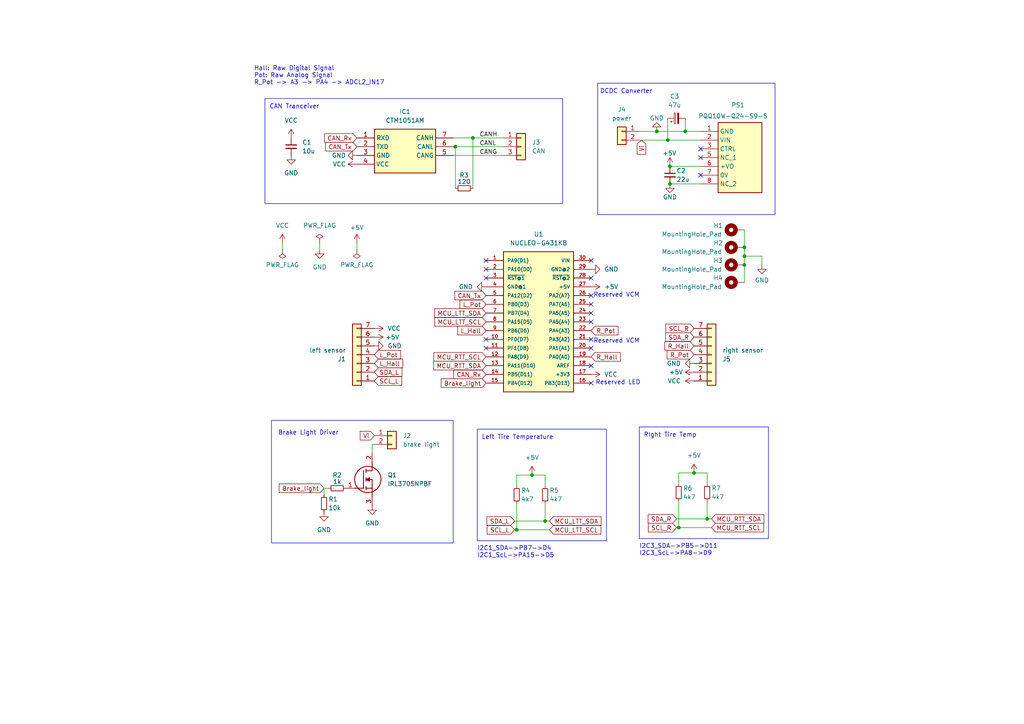
<source format=kicad_sch>
(kicad_sch (version 20230121) (generator eeschema)
  (paper "A4")
  (title_block (title "rearbox nucleo") (date "2023-08-08") (rev "1") (company "NTURacing") (comment 1 "legacy from easyEDA"))
  (lib_symbols
    (symbol "Connector_Generic:Conn_01x02" (pin_names (offset 1.016) hide)
      (property "Reference" "J" (at 0 2.54 0))
      (property "Value" "Conn_01x02" (at 0 -5.08 0))
      (symbol "Conn_01x02_1_1"
        (rectangle (start -1.27 -2.413) (end 0 -2.667) (stroke (width 0.1524)))
        (rectangle (start -1.27 0.127) (end 0 -0.127) (stroke (width 0.1524)))
        (rectangle (start -1.27 1.27) (end 1.27 -3.81) (stroke (width 0.254)) (fill (type background)))
        (pin passive line (at -5.08 0 0) (length 3.81) (name "Pin_1") (number "1"))
        (pin passive line (at -5.08 -2.54 0) (length 3.81) (name "Pin_2") (number "2"))
      )
    )
    (symbol "Connector_Generic:Conn_01x03" (pin_names (offset 1.016) hide)
      (property "Reference" "J" (at 0 5.08 0))
      (property "Value" "Conn_01x03" (at 0 -5.08 0))
      (symbol "Conn_01x03_1_1"
        (rectangle (start -1.27 -2.413) (end 0 -2.667) (stroke (width 0.1524)))
        (rectangle (start -1.27 0.127) (end 0 -0.127) (stroke (width 0.1524)))
        (rectangle (start -1.27 2.667) (end 0 2.413) (stroke (width 0.1524)))
        (rectangle (start -1.27 3.81) (end 1.27 -3.81) (stroke (width 0.254)) (fill (type background)))
        (pin passive line (at -5.08 2.54 0) (length 3.81) (name "Pin_1") (number "1"))
        (pin passive line (at -5.08 0 0) (length 3.81) (name "Pin_2") (number "2"))
        (pin passive line (at -5.08 -2.54 0) (length 3.81) (name "Pin_3") (number "3"))
      )
    )
    (symbol "Connector_Generic:Conn_01x07" (pin_names (offset 1.016) hide)
      (property "Reference" "J" (at 0 10.16 0))
      (property "Value" "Conn_01x07" (at 0 -10.16 0))
      (symbol "Conn_01x07_1_1"
        (rectangle (start -1.27 -7.493) (end 0 -7.747) (stroke (width 0.1524)))
        (rectangle (start -1.27 -4.953) (end 0 -5.207) (stroke (width 0.1524)))
        (rectangle (start -1.27 -2.413) (end 0 -2.667) (stroke (width 0.1524)))
        (rectangle (start -1.27 0.127) (end 0 -0.127) (stroke (width 0.1524)))
        (rectangle (start -1.27 2.667) (end 0 2.413) (stroke (width 0.1524)))
        (rectangle (start -1.27 5.207) (end 0 4.953) (stroke (width 0.1524)))
        (rectangle (start -1.27 7.747) (end 0 7.493) (stroke (width 0.1524)))
        (rectangle (start -1.27 8.89) (end 1.27 -8.89) (stroke (width 0.254)) (fill (type background)))
        (pin passive line (at -5.08 7.62 0) (length 3.81) (name "Pin_1") (number "1"))
        (pin passive line (at -5.08 5.08 0) (length 3.81) (name "Pin_2") (number "2"))
        (pin passive line (at -5.08 2.54 0) (length 3.81) (name "Pin_3") (number "3"))
        (pin passive line (at -5.08 0 0) (length 3.81) (name "Pin_4") (number "4"))
        (pin passive line (at -5.08 -2.54 0) (length 3.81) (name "Pin_5") (number "5"))
        (pin passive line (at -5.08 -5.08 0) (length 3.81) (name "Pin_6") (number "6"))
        (pin passive line (at -5.08 -7.62 0) (length 3.81) (name "Pin_7") (number "7"))
      )
    )
    (symbol "Device:C_Polarized_Small" (pin_numbers hide) (pin_names (offset 0.254) hide)
      (property "Reference" "C" (at 0.254 1.778 0))
      (property "Value" "C_Polarized_Small" (at 0.254 -2.032 0))
      (symbol "C_Polarized_Small_0_1"
        (rectangle (start -1.524 -0.3048) (end 1.524 -0.6858) (fill (type outline)))
        (rectangle (start -1.524 0.6858) (end 1.524 0.3048))
        (polyline (pts (xy -1.27 1.524) (xy -0.762 1.524)))
        (polyline (pts (xy -1.016 1.27) (xy -1.016 1.778)))
      )
      (symbol "C_Polarized_Small_1_1"
        (pin passive line (at 0 2.54 270) (length 1.8542) (name "~") (number "1"))
        (pin passive line (at 0 -2.54 90) (length 1.8542) (name "~") (number "2"))
      )
    )
    (symbol "Device:C_Small" (pin_numbers hide) (pin_names (offset 0.254) hide)
      (property "Reference" "C" (at 0.254 1.778 0))
      (property "Value" "C_Small" (at 0.254 -2.032 0))
      (symbol "C_Small_0_1"
        (polyline (pts (xy -1.524 -0.508) (xy 1.524 -0.508)) (stroke (width 0.3302)))
        (polyline (pts (xy -1.524 0.508) (xy 1.524 0.508)) (stroke (width 0.3048)))
      )
      (symbol "C_Small_1_1"
        (pin passive line (at 0 2.54 270) (length 2.032) (name "~") (number "1"))
        (pin passive line (at 0 -2.54 90) (length 2.032) (name "~") (number "2"))
      )
    )
    (symbol "Device:R_Small" (pin_numbers hide) (pin_names (offset 0.254) hide)
      (property "Reference" "R" (at 0.762 0.508 0))
      (property "Value" "R_Small" (at 0.762 -1.016 0))
      (symbol "R_Small_0_1"
        (rectangle (start -0.762 1.778) (end 0.762 -1.778) (stroke (width 0.2032)))
      )
      (symbol "R_Small_1_1"
        (pin passive line (at 0 2.54 270) (length 0.762) (name "~") (number "1"))
        (pin passive line (at 0 -2.54 90) (length 0.762) (name "~") (number "2"))
      )
    )
    (symbol "Mechanical:MountingHole_Pad" (pin_numbers hide) (pin_names (offset 1.016) hide)
      (property "Reference" "H" (at 0 6.35 0))
      (property "Value" "MountingHole_Pad" (at 0 4.445 0))
      (symbol "MountingHole_Pad_0_1"
        (circle (center 0 1.27) (radius 1.27) (stroke (width 1.27)))
      )
      (symbol "MountingHole_Pad_1_1"
        (pin input line (at 0 -2.54 90) (length 2.54) (name "1") (number "1"))
      )
    )
    (symbol "SamacSys_Parts:CTM1051AM"
      (property "Reference" "IC" (at 24.13 7.62 0))
      (property "Value" "CTM1051AM" (at 24.13 5.08 0))
      (symbol "CTM1051AM_1_1"
        (rectangle (start 5.08 2.54) (end 22.86 -10.16) (stroke (width 0.254)) (fill (type background)))
        (pin passive line (at 0 0 0) (length 5.08) (name "RXD") (number "1"))
        (pin passive line (at 0 -2.54 0) (length 5.08) (name "TXD") (number "2"))
        (pin passive line (at 0 -5.08 0) (length 5.08) (name "GND") (number "3"))
        (pin passive line (at 0 -7.62 0) (length 5.08) (name "VCC") (number "4"))
        (pin passive line (at 27.94 -5.08 180) (length 5.08) (name "CANG") (number "5"))
        (pin passive line (at 27.94 -2.54 180) (length 5.08) (name "CANL") (number "6"))
        (pin passive line (at 27.94 0 180) (length 5.08) (name "CANH") (number "7"))
      )
    )
    (symbol "SamacSys_Parts:IRL3705NPBF" (pin_names hide)
      (property "Reference" "Q" (at 11.43 3.81 0))
      (property "Value" "IRL3705NPBF" (at 11.43 1.27 0))
      (symbol "IRL3705NPBF_1_1"
        (polyline (pts (xy 2.54 0) (xy 5.08 0)) (stroke (width 0.254)))
        (polyline (pts (xy 5.08 5.08) (xy 5.08 0)) (stroke (width 0.254)))
        (polyline (pts (xy 5.842 -0.508) (xy 5.842 0.508)) (stroke (width 0.254)))
        (polyline (pts (xy 5.842 0) (xy 7.62 0)) (stroke (width 0.254)))
        (polyline (pts (xy 5.842 2.032) (xy 5.842 3.048)) (stroke (width 0.254)))
        (polyline (pts (xy 5.842 5.588) (xy 5.842 4.572)) (stroke (width 0.254)))
        (polyline (pts (xy 7.62 2.54) (xy 5.842 2.54)) (stroke (width 0.254)))
        (polyline (pts (xy 7.62 2.54) (xy 7.62 -2.54)) (stroke (width 0.254)))
        (polyline (pts (xy 7.62 5.08) (xy 5.842 5.08)) (stroke (width 0.254)))
        (polyline (pts (xy 7.62 5.08) (xy 7.62 7.62)) (stroke (width 0.254)))
        (polyline (pts (xy 5.842 2.54) (xy 6.858 3.048) (xy 6.858 2.032) (xy 5.842 2.54)) (stroke (width 0.254)) (fill (type outline)))
        (circle (center 6.35 2.54) (radius 3.81) (stroke (width 0.254)))
        (pin passive line (at 0 0 0) (length 2.54) (name "G") (number "1"))
        (pin passive line (at 7.62 10.16 270) (length 2.54) (name "D") (number "2"))
        (pin passive line (at 7.62 -5.08 90) (length 2.54) (name "S") (number "3"))
      )
    )
    (symbol "SamacSys_Parts:PQQ10W-Q24-S9-S"
      (property "Reference" "PS" (at 19.05 7.62 0))
      (property "Value" "PQQ10W-Q24-S9-S" (at 19.05 5.08 0))
      (symbol "PQQ10W-Q24-S9-S_1_1"
        (rectangle (start 5.08 2.54) (end 17.78 -17.78) (stroke (width 0.254)) (fill (type background)))
        (pin passive line (at 0 0 0) (length 5.08) (name "GND") (number "1"))
        (pin passive line (at 0 -2.54 0) (length 5.08) (name "VIN") (number "2"))
        (pin passive line (at 0 -5.08 0) (length 5.08) (name "CTRL") (number "3"))
        (pin passive line (at 0 -7.62 0) (length 5.08) (name "NC_1") (number "5"))
        (pin passive line (at 0 -10.16 0) (length 5.08) (name "+VO") (number "6"))
        (pin passive line (at 0 -12.7 0) (length 5.08) (name "0V") (number "7"))
        (pin passive line (at 0 -15.24 0) (length 5.08) (name "NC_2") (number "8"))
      )
    )
    (symbol "nturt_kicad_lib:NUCLEO-G431KB" (pin_names (offset 1.016))
      (property "Reference" "U" (at -10.16 21.59 0))
      (property "Value" "NUCLEO-G431KB" (at -2.54 21.59 0))
      (symbol "NUCLEO-G431KB_0_0"
        (rectangle (start -10.16 20.32) (end 10.16 -20.32) (stroke (width 0.254)) (fill (type background)))
        (pin bidirectional line (at -15.24 17.78 0) (length 5.08) (name "PA9(D1)") (number "1"))
        (pin bidirectional line (at -15.24 -5.08 0) (length 5.08) (name "PF0(D7)") (number "10"))
        (pin bidirectional line (at -15.24 -7.62 0) (length 5.08) (name "PF1(D8)") (number "11"))
        (pin bidirectional line (at -15.24 -10.16 0) (length 5.08) (name "PA8(D9)") (number "12"))
        (pin bidirectional line (at -15.24 -12.7 0) (length 5.08) (name "PA11(D10)") (number "13"))
        (pin bidirectional line (at -15.24 -15.24 0) (length 5.08) (name "PB5(D11)") (number "14"))
        (pin bidirectional line (at -15.24 -17.78 0) (length 5.08) (name "PB4(D12)") (number "15"))
        (pin bidirectional line (at 15.24 -17.78 180) (length 5.08) (name "PB3(D13)") (number "16"))
        (pin passive line (at 15.24 -15.24 180) (length 5.08) (name "+3V3") (number "17"))
        (pin passive line (at 15.24 -12.7 180) (length 5.08) (name "AREF") (number "18"))
        (pin bidirectional line (at 15.24 -10.16 180) (length 5.08) (name "PA0(A0)") (number "19"))
        (pin bidirectional line (at -15.24 15.24 0) (length 5.08) (name "PA10(D0)") (number "2"))
        (pin bidirectional line (at 15.24 -7.62 180) (length 5.08) (name "PA1(A1)") (number "20"))
        (pin bidirectional line (at 15.24 -5.08 180) (length 5.08) (name "PA3(A2)") (number "21"))
        (pin bidirectional line (at 15.24 -2.54 180) (length 5.08) (name "PA4(A3)") (number "22"))
        (pin bidirectional line (at 15.24 0 180) (length 5.08) (name "PA5(A4)") (number "23"))
        (pin bidirectional line (at 15.24 2.54 180) (length 5.08) (name "PA6(A5)") (number "24"))
        (pin bidirectional line (at 15.24 5.08 180) (length 5.08) (name "PA7(A6)") (number "25"))
        (pin bidirectional line (at 15.24 7.62 180) (length 5.08) (name "PA2(A7)") (number "26"))
        (pin passive line (at 15.24 10.16 180) (length 5.08) (name "+5V") (number "27"))
        (pin bidirectional line (at 15.24 12.7 180) (length 5.08) (name "~{RST@2}") (number "28"))
        (pin passive line (at 15.24 15.24 180) (length 5.08) (name "GND@2") (number "29"))
        (pin bidirectional line (at -15.24 12.7 0) (length 5.08) (name "~{RST@1}") (number "3"))
        (pin passive line (at 15.24 17.78 180) (length 5.08) (name "VIN") (number "30"))
        (pin passive line (at -15.24 10.16 0) (length 5.08) (name "GND@1") (number "4"))
        (pin bidirectional line (at -15.24 7.62 0) (length 5.08) (name "PA12(D2)") (number "5"))
        (pin bidirectional line (at -15.24 5.08 0) (length 5.08) (name "PB0(D3)") (number "6"))
        (pin bidirectional line (at -15.24 2.54 0) (length 5.08) (name "PB7(D4)") (number "7"))
        (pin bidirectional line (at -15.24 0 0) (length 5.08) (name "PA15(D5)") (number "8"))
        (pin bidirectional line (at -15.24 -2.54 0) (length 5.08) (name "PB6(D6)") (number "9"))
      )
    )
    (symbol "power:+5V" (power) (pin_names (offset 0))
      (property "Value" "+5V" (at 0 3.556 0))
      (symbol "+5V_0_1"
        (polyline (pts (xy -0.762 1.27) (xy 0 2.54)))
        (polyline (pts (xy 0 0) (xy 0 2.54)))
        (polyline (pts (xy 0 2.54) (xy 0.762 1.27)))
      )
      (symbol "+5V_1_1"
        (pin power_in line (at 0 0 90) (length 0) hide (name "+5V") (number "1"))
      )
    )
    (symbol "power:GND" (power) (pin_names (offset 0))
      (property "Value" "GND" (at 0 -3.81 0))
      (symbol "GND_0_1"
        (polyline (pts (xy 0 0) (xy 0 -1.27) (xy 1.27 -1.27) (xy 0 -2.54) (xy -1.27 -1.27) (xy 0 -1.27)))
      )
      (symbol "GND_1_1"
        (pin power_in line (at 0 0 270) (length 0) hide (name "GND") (number "1"))
      )
    )
    (symbol "power:PWR_FLAG" (power) (pin_numbers hide) (pin_names (offset 0) hide)
      (property "Value" "PWR_FLAG" (at 0 3.81 0))
      (symbol "PWR_FLAG_0_0"
        (pin power_out line (at 0 0 90) (length 0) (name "pwr") (number "1"))
      )
      (symbol "PWR_FLAG_0_1"
        (polyline (pts (xy 0 0) (xy 0 1.27) (xy -1.016 1.905) (xy 0 2.54) (xy 1.016 1.905) (xy 0 1.27)))
      )
    )
    (symbol "power:VCC" (power) (pin_names (offset 0))
      (property "Value" "VCC" (at 0 3.81 0))
      (symbol "VCC_0_1"
        (polyline (pts (xy -0.762 1.27) (xy 0 2.54)))
        (polyline (pts (xy 0 0) (xy 0 2.54)))
        (polyline (pts (xy 0 2.54) (xy 0.762 1.27)))
      )
      (symbol "VCC_1_1"
        (pin power_in line (at 0 0 90) (length 0) hide (name "VCC") (number "1"))
      )
    )
  )
  (junction (at 215.9 76.835))
  (junction (at 194.31 53.34))
  (junction (at 201.295 137.16))
  (junction (at 149.86 153.67))
  (junction (at 132.08 42.545))
  (junction (at 215.9 74.295))
  (junction (at 205.105 150.495))
  (junction (at 158.115 151.13))
  (junction (at 190.5 38.1))
  (junction (at 193.675 40.64))
  (junction (at 137.16 40.005))
  (junction (at 196.85 153.035))
  (junction (at 215.9 71.755))
  (junction (at 154.305 137.795))
  (junction (at 194.31 48.26))
  (junction (at 198.755 38.1))
  (no_connect (at 203.2 50.8))
  (no_connect (at 140.97 100.965))
  (no_connect (at 140.97 78.105))
  (no_connect (at 203.2 45.72))
  (no_connect (at 140.97 80.645))
  (no_connect (at 171.45 90.805))
  (no_connect (at 140.97 98.425))
  (no_connect (at 171.45 85.725))
  (no_connect (at 171.45 88.265))
  (no_connect (at 140.97 75.565))
  (no_connect (at 171.45 75.565))
  (no_connect (at 171.45 111.125))
  (no_connect (at 203.2 43.18))
  (no_connect (at 171.45 98.425))
  (no_connect (at 171.45 93.345))
  (no_connect (at 171.45 80.645))
  (no_connect (at 171.45 106.045))
  (no_connect (at 171.45 100.965))
  (wire (pts (xy 220.98 74.295) (xy 220.98 76.835)))
  (wire (pts (xy 196.215 153.035) (xy 196.85 153.035)))
  (wire (pts (xy 196.85 145.415) (xy 196.85 153.035)))
  (wire (pts (xy 107.95 128.905) (xy 107.95 131.445)))
  (wire (pts (xy 149.86 153.67) (xy 159.385 153.67)))
  (wire (pts (xy 215.9 76.835) (xy 215.9 81.915)))
  (wire (pts (xy 149.86 137.795) (xy 154.305 137.795)))
  (wire (pts (xy 205.105 150.495) (xy 206.375 150.495)))
  (wire (pts (xy 132.08 42.545) (xy 132.08 54.61)))
  (wire (pts (xy 149.225 153.67) (xy 149.86 153.67)))
  (wire (pts (xy 93.98 141.605) (xy 95.25 141.605)))
  (wire (pts (xy 215.9 74.295) (xy 220.98 74.295)))
  (wire (pts (xy 131.445 40.005) (xy 137.16 40.005)))
  (wire (pts (xy 108.585 128.905) (xy 107.95 128.905)))
  (wire (pts (xy 198.755 38.1) (xy 203.2 38.1)))
  (wire (pts (xy 149.86 146.05) (xy 149.86 153.67)))
  (wire (pts (xy 149.225 151.13) (xy 158.115 151.13)))
  (wire (pts (xy 158.115 140.97) (xy 158.115 137.795)))
  (wire (pts (xy 198.755 34.29) (xy 198.755 38.1)))
  (wire (pts (xy 185.42 38.1) (xy 190.5 38.1)))
  (wire (pts (xy 205.105 140.335) (xy 205.105 137.16)))
  (wire (pts (xy 194.31 53.34) (xy 203.2 53.34)))
  (wire (pts (xy 132.08 42.545) (xy 146.05 42.545)))
  (wire (pts (xy 196.85 153.035) (xy 206.375 153.035)))
  (wire (pts (xy 193.675 40.64) (xy 203.2 40.64)))
  (wire (pts (xy 137.16 54.61) (xy 137.16 40.005)))
  (wire (pts (xy 132.08 42.545) (xy 131.445 42.545)))
  (wire (pts (xy 81.915 70.485) (xy 81.915 72.39)))
  (wire (pts (xy 137.16 40.005) (xy 146.05 40.005)))
  (wire (pts (xy 196.215 150.495) (xy 205.105 150.495)))
  (wire (pts (xy 92.71 70.485) (xy 92.71 72.39)))
  (wire (pts (xy 196.85 137.16) (xy 201.295 137.16)))
  (wire (pts (xy 190.5 38.1) (xy 198.755 38.1)))
  (wire (pts (xy 93.98 143.51) (xy 93.98 141.605)))
  (wire (pts (xy 149.86 140.97) (xy 149.86 137.795)))
  (wire (pts (xy 103.505 70.485) (xy 103.505 72.39)))
  (wire (pts (xy 215.9 74.295) (xy 215.9 76.835)))
  (wire (pts (xy 158.115 146.05) (xy 158.115 151.13)))
  (wire (pts (xy 131.445 45.085) (xy 146.05 45.085)))
  (wire (pts (xy 196.85 140.335) (xy 196.85 137.16)))
  (wire (pts (xy 194.31 48.26) (xy 203.2 48.26)))
  (wire (pts (xy 205.105 145.415) (xy 205.105 150.495)))
  (wire (pts (xy 193.675 34.29) (xy 193.675 40.64)))
  (wire (pts (xy 201.295 137.16) (xy 205.105 137.16)))
  (wire (pts (xy 215.9 66.675) (xy 215.9 71.755)))
  (wire (pts (xy 158.115 151.13) (xy 159.385 151.13)))
  (wire (pts (xy 154.305 137.795) (xy 158.115 137.795)))
  (wire (pts (xy 215.9 71.755) (xy 215.9 74.295)))
  (wire (pts (xy 185.42 40.64) (xy 193.675 40.64)))
  (rectangle (start 78.74 121.92) (end 131.445 157.48))
  (rectangle (start 185.42 123.825) (end 222.885 156.21))
  (rectangle (start 173.355 24.13) (end 224.79 62.23))
  (rectangle (start 138.43 124.46) (end 175.895 156.845))
  (rectangle (start 76.835 28.575) (end 163.195 59.055))
  (text "RIght Tire Temp" (at 186.69 127 0) (effects (font (size 1.27 1.27)) (justify left bottom)))
  (text "Brake Light Driver\n" (at 80.645 126.365 0) (effects (font (size 1.27 1.27)) (justify left bottom)))
  (text "I2C3_SDA->PB5->D11\nI2C3_ScL->PA8->D9\n" (at 185.42 161.29 0) (effects (font (size 1.27 1.27)) (justify left bottom)))
  (text "Reserved VCM" (at 172.085 86.36 0) (effects (font (size 1.27 1.27)) (justify left bottom)))
  (text "Reserved VCM" (at 172.085 99.695 0) (effects (font (size 1.27 1.27)) (justify left bottom)))
  (text "Reserved LED\n" (at 172.72 111.76 0) (effects (font (size 1.27 1.27)) (justify left bottom)))
  (text "Left Tire Temperature" (at 139.7 127.635 0) (effects (font (size 1.27 1.27)) (justify left bottom)))
  (text "I2C1_SDA->PB7->D4\nI2C1_ScL->PA15->D5" (at 138.43 161.925 0) (effects (font (size 1.27 1.27)) (justify left bottom)))
  (text "CAN Tranceiver" (at 78.105 31.75 0) (effects (font (size 1.27 1.27)) (justify left bottom)))
  (text "Hall: Raw Digital Signal\nPot: Raw Analog Signal\nR_Pot -> A3 -> PA4 -> ADCL2_IN17" (at 73.66 24.765 0) (effects (font (size 1.27 1.27)) (justify left bottom)))
  (text "DCDC Converter" (at 173.99 27.305 0) (effects (font (size 1.27 1.27)) (justify left bottom)))
  (label "CANL" (at 139.065 42.545 0))
  (label "CANG" (at 139.065 45.085 0))
  (label "CANH" (at 139.065 40.005 0))
  (global_label "MCU_LTT_SCL" (shape input) (at 159.385 153.67 0) (property "Intersheetrefs" "${INTERSHEET_REFS}" (effects hide)))
  (global_label "MCU_LTT_SCL" (shape input) (at 140.97 93.345 180) (property "Intersheetrefs" "${INTERSHEET_REFS}" (effects hide)))
  (global_label "SDA_L" (shape input) (at 149.225 151.13 180) (property "Intersheetrefs" "${INTERSHEET_REFS}" (effects hide)))
  (global_label "MCU_RTT_SCL" (shape input) (at 206.375 153.035 0) (property "Intersheetrefs" "${INTERSHEET_REFS}" (effects hide)))
  (global_label "SCL_L" (shape input) (at 108.585 110.49 0) (property "Intersheetrefs" "${INTERSHEET_REFS}" (effects hide)))
  (global_label "SDA_R" (shape input) (at 201.295 97.79 180) (property "Intersheetrefs" "${INTERSHEET_REFS}" (effects hide)))
  (global_label "L_Pot" (shape input) (at 108.585 102.87 0) (property "Intersheetrefs" "${INTERSHEET_REFS}" (effects hide)))
  (global_label "SCL_R" (shape input) (at 201.295 95.25 180) (property "Intersheetrefs" "${INTERSHEET_REFS}" (effects hide)))
  (global_label "L_Hall" (shape input) (at 108.585 105.41 0) (property "Intersheetrefs" "${INTERSHEET_REFS}" (effects hide)))
  (global_label "MCU_RTT_SDA" (shape input) (at 140.97 106.045 180) (property "Intersheetrefs" "${INTERSHEET_REFS}" (effects hide)))
  (global_label "Vi" (shape input) (at 186.055 40.64 270) (property "Intersheetrefs" "${INTERSHEET_REFS}" (effects hide)))
  (global_label "MCU_LTT_SDA" (shape input) (at 140.97 90.805 180) (property "Intersheetrefs" "${INTERSHEET_REFS}" (effects hide)))
  (global_label "CAN_Rx" (shape input) (at 140.97 108.585 180) (property "Intersheetrefs" "${INTERSHEET_REFS}" (effects hide)))
  (global_label "R_Hall" (shape input) (at 171.45 103.505 0) (property "Intersheetrefs" "${INTERSHEET_REFS}" (effects hide)))
  (global_label "Vi" (shape input) (at 108.585 126.365 180) (property "Intersheetrefs" "${INTERSHEET_REFS}" (effects hide)))
  (global_label "CAN_Tx" (shape input) (at 103.505 42.545 180) (property "Intersheetrefs" "${INTERSHEET_REFS}" (effects hide)))
  (global_label "L_Pot" (shape input) (at 140.97 88.265 180) (property "Intersheetrefs" "${INTERSHEET_REFS}" (effects hide)))
  (global_label "MCU_RTT_SCL" (shape input) (at 140.97 103.505 180) (property "Intersheetrefs" "${INTERSHEET_REFS}" (effects hide)))
  (global_label "R_Pot" (shape input) (at 201.295 102.87 180) (property "Intersheetrefs" "${INTERSHEET_REFS}" (effects hide)))
  (global_label "CAN_Rx" (shape input) (at 103.505 40.005 180) (property "Intersheetrefs" "${INTERSHEET_REFS}" (effects hide)))
  (global_label "R_Pot" (shape input) (at 171.45 95.885 0) (property "Intersheetrefs" "${INTERSHEET_REFS}" (effects hide)))
  (global_label "MCU_RTT_SDA" (shape input) (at 206.375 150.495 0) (property "Intersheetrefs" "${INTERSHEET_REFS}" (effects hide)))
  (global_label "CAN_Tx" (shape input) (at 140.97 85.725 180) (property "Intersheetrefs" "${INTERSHEET_REFS}" (effects hide)))
  (global_label "SDA_L" (shape input) (at 108.585 107.95 0) (property "Intersheetrefs" "${INTERSHEET_REFS}" (effects hide)))
  (global_label "MCU_LTT_SDA" (shape input) (at 159.385 151.13 0) (property "Intersheetrefs" "${INTERSHEET_REFS}" (effects hide)))
  (global_label "Brake_light" (shape input) (at 93.98 141.605 180) (property "Intersheetrefs" "${INTERSHEET_REFS}" (effects hide)))
  (global_label "Brake_light" (shape input) (at 140.97 111.125 180) (property "Intersheetrefs" "${INTERSHEET_REFS}" (effects hide)))
  (global_label "SDA_R" (shape input) (at 196.215 150.495 180) (property "Intersheetrefs" "${INTERSHEET_REFS}" (effects hide)))
  (global_label "R_Hall" (shape input) (at 201.295 100.33 180) (property "Intersheetrefs" "${INTERSHEET_REFS}" (effects hide)))
  (global_label "L_Hall" (shape input) (at 140.97 95.885 180) (property "Intersheetrefs" "${INTERSHEET_REFS}" (effects hide)))
  (global_label "SCL_R" (shape input) (at 196.215 153.035 180) (property "Intersheetrefs" "${INTERSHEET_REFS}" (effects hide)))
  (global_label "SCL_L" (shape input) (at 149.225 153.67 180) (property "Intersheetrefs" "${INTERSHEET_REFS}" (effects hide)))
  (symbol (lib_id "Device:C_Small") (at 194.31 50.8 0) (unit 1)
    (property "Reference" "C2" (at 196.215 49.53 0) (effects (justify left)))
    (property "Value" "22u" (at 196.215 52.07 0) (effects (justify left)))
    (property "Footprint" "Capacitor_THT:CP_Radial_D6.3mm_P2.50mm" (effects hide))
  )
  (symbol (lib_id "Device:R_Small") (at 158.115 143.51 0) (unit 1)
    (property "Reference" "R5" (at 159.385 142.24 0) (effects (justify left)))
    (property "Value" "4k7" (at 159.385 144.78 0) (effects (justify left)))
    (property "Footprint" "Resistor_SMD:R_0603_1608Metric_Pad0.98x0.95mm_HandSolder" (effects hide))
  )
  (symbol (lib_id "SamacSys_Parts:IRL3705NPBF") (at 100.33 141.605 0) (unit 1)
    (property "Reference" "Q1" (at 112.395 137.795 0) (effects (justify left)))
    (property "Value" "IRL3705NPBF" (at 112.395 140.335 0) (effects (justify left)))
    (property "Footprint" "SamacSys_Parts:TO254P469X1042X1930-3P" (effects hide))
    (property "Datasheet" "https://www.infineon.com/dgdl/irl3705n.pdf?fileId=5546d462533600a40153565f29f42532" (effects hide))
    (property "Height" "4.69" (effects hide))
    (property "Manufacturer_Name" "Infineon" (effects hide))
    (property "Manufacturer_Part_Number" "IRL3705NPBF" (effects hide))
    (property "Mouser Part Number" "942-IRL3705NPBF" (effects hide))
    (property "Mouser Price/Stock" "https://www.mouser.co.uk/ProductDetail/Infineon-Technologies/IRL3705NPBF?qs=9%252BKlkBgLFf3RbtP30EBJKw%3D%3D" (effects hide))
    (property "Arrow Part Number" "IRL3705NPBF" (effects hide))
    (property "Arrow Price/Stock" "https://www.arrow.com/en/products/irl3705npbf/infineon-technologies-ag?region=europe" (effects hide))
  )
  (symbol (lib_id "SamacSys_Parts:CTM1051AM") (at 103.505 40.005 0) (unit 1)
    (property "Reference" "IC1" (at 117.475 32.385 0))
    (property "Value" "CTM1051AM" (at 117.475 34.925 0))
    (property "Footprint" "SamacSys_Parts:CTM1051AM" (effects hide))
    (property "Datasheet" "https://datasheet.lcsc.com/lcsc/1809010910_ZLG-Zhiyuan-Elec-CTM1051M_C91259.pdf" (effects hide))
    (property "Height" "8.1" (effects hide))
    (property "Manufacturer_Name" "Guangzhou ZHIYUAN Electronics CO., LTD" (effects hide))
    (property "Manufacturer_Part_Number" "CTM1051AM" (effects hide))
  )
  (symbol (lib_id "power:+5V") (at 108.585 97.79 270) (unit 1)
    (property "Reference" "#PWR07" (effects hide))
    (property "Value" "+5V" (at 111.76 97.79 90) (effects (justify left)))
  )
  (symbol (lib_id "power:+5V") (at 171.45 83.185 270) (unit 1)
    (property "Reference" "#PWR013" (effects hide))
    (property "Value" "+5V" (at 175.26 83.185 90) (effects (justify left)))
  )
  (symbol (lib_id "Mechanical:MountingHole_Pad") (at 213.36 81.915 90) (unit 1)
    (property "Reference" "H4" (at 208.28 80.645 90))
    (property "Value" "MountingHole_Pad" (at 200.66 83.185 90))
    (property "Footprint" "MountingHole:MountingHole_2.2mm_M2_DIN965_Pad_TopBottom" (effects hide))
  )
  (symbol (lib_id "power:VCC") (at 84.455 40.005 0) (unit 1)
    (property "Reference" "#PWR01" (effects hide))
    (property "Value" "VCC" (at 84.455 34.925 0))
  )
  (symbol (lib_id "Mechanical:MountingHole_Pad") (at 213.36 66.675 90) (unit 1)
    (property "Reference" "H1" (at 208.28 65.405 90))
    (property "Value" "MountingHole_Pad" (at 200.66 67.945 90))
    (property "Footprint" "MountingHole:MountingHole_2.2mm_M2_DIN965_Pad_TopBottom" (effects hide))
  )
  (symbol (lib_id "Device:R_Small") (at 93.98 146.05 0) (unit 1)
    (property "Reference" "R1" (at 95.25 144.78 0) (effects (justify left)))
    (property "Value" "10k" (at 95.25 147.32 0) (effects (justify left)))
    (property "Footprint" "Resistor_SMD:R_0603_1608Metric_Pad0.98x0.95mm_HandSolder" (effects hide))
  )
  (symbol (lib_id "Device:R_Small") (at 149.86 143.51 0) (unit 1)
    (property "Reference" "R4" (at 151.13 142.24 0) (effects (justify left)))
    (property "Value" "4k7" (at 151.13 144.78 0) (effects (justify left)))
    (property "Footprint" "Resistor_SMD:R_0603_1608Metric_Pad0.98x0.95mm_HandSolder" (effects hide))
  )
  (symbol (lib_id "Connector_Generic:Conn_01x02") (at 113.665 126.365 0) (unit 1)
    (property "Reference" "J2" (at 116.84 126.365 0) (effects (justify left)))
    (property "Value" "brake light" (at 116.84 128.905 0) (effects (justify left)))
    (property "Footprint" "Connector_JST:JST_XH_B2B-XH-A_1x02_P2.50mm_Vertical" (effects hide))
  )
  (symbol (lib_id "power:GND") (at 201.295 105.41 270) (unit 1)
    (property "Reference" "#PWR018" (effects hide))
    (property "Value" "GND" (at 197.485 105.41 90) (effects (justify right)))
  )
  (symbol (lib_id "power:VCC") (at 171.45 108.585 270) (unit 1)
    (property "Reference" "#PWR014" (effects hide))
    (property "Value" "VCC" (at 175.26 108.585 90) (effects (justify left)))
  )
  (symbol (lib_id "power:VCC") (at 201.295 110.49 90) (unit 1)
    (property "Reference" "#PWR020" (effects hide))
    (property "Value" "VCC" (at 197.485 110.49 90) (effects (justify left)))
  )
  (symbol (lib_id "Device:R_Small") (at 134.62 54.61 90) (unit 1)
    (property "Reference" "R3" (at 134.62 50.8 90))
    (property "Value" "120" (at 134.62 52.705 90))
    (property "Footprint" "Resistor_SMD:R_1206_3216Metric_Pad1.30x1.75mm_HandSolder" (effects hide))
  )
  (symbol (lib_id "power:GND") (at 220.98 76.835 0) (unit 1)
    (property "Reference" "#PWR025" (effects hide))
    (property "Value" "GND" (at 220.98 81.28 0))
  )
  (symbol (lib_id "power:+5V") (at 194.31 48.26 0) (mirror y) (unit 1)
    (property "Reference" "#PWR016" (effects hide))
    (property "Value" "+5V" (at 196.215 44.45 0) (effects (justify left)))
  )
  (symbol (lib_id "SamacSys_Parts:PQQ10W-Q24-S9-S") (at 203.2 38.1 0) (unit 1)
    (property "Reference" "PS1" (at 212.09 30.48 0) (effects (justify left)))
    (property "Value" "PQQ10W-Q24-S9-S" (at 202.565 33.655 0) (effects (justify left)))
    (property "Footprint" "SamacSys_Parts:PQQ10WQ24S9S" (effects hide))
    (property "Datasheet" "https://www.mouser.de/datasheet/2/670/pqq10w_s-1915167.pdf" (effects hide))
    (property "Height" "12.5" (effects hide))
    (property "Manufacturer_Name" "CUI Inc." (effects hide))
    (property "Manufacturer_Part_Number" "PQQ10W-Q24-S9-S" (effects hide))
  )
  (symbol (lib_id "power:PWR_FLAG") (at 81.915 72.39 180) (unit 1)
    (property "Reference" "#FLG01" (effects hide))
    (property "Value" "PWR_FLAG" (at 81.915 76.835 0))
  )
  (symbol (lib_id "power:+5V") (at 103.505 70.485 0) (unit 1)
    (property "Reference" "#PWR024" (effects hide))
    (property "Value" "+5V" (at 103.505 66.04 0))
  )
  (symbol (lib_id "power:GND") (at 92.71 72.39 0) (unit 1)
    (property "Reference" "#PWR023" (effects hide))
    (property "Value" "GND" (at 92.71 77.47 0))
  )
  (symbol (lib_id "Connector_Generic:Conn_01x03") (at 151.13 42.545 0) (unit 1)
    (property "Reference" "J3" (at 154.305 41.275 0) (effects (justify left)))
    (property "Value" "CAN" (at 154.305 43.815 0) (effects (justify left)))
    (property "Footprint" "Connector_JST:JST_XH_B3B-XH-A_1x03_P2.50mm_Vertical" (effects hide))
  )
  (symbol (lib_id "power:GND") (at 107.95 146.685 0) (unit 1)
    (property "Reference" "#PWR09" (effects hide))
    (property "Value" "GND" (at 107.95 151.765 0))
  )
  (symbol (lib_id "Mechanical:MountingHole_Pad") (at 213.36 76.835 90) (unit 1)
    (property "Reference" "H3" (at 208.28 75.565 90))
    (property "Value" "MountingHole_Pad" (at 200.66 78.105 90))
    (property "Footprint" "MountingHole:MountingHole_2.2mm_M2_DIN965_Pad_TopBottom" (effects hide))
  )
  (symbol (lib_id "power:GND") (at 140.97 83.185 270) (unit 1)
    (property "Reference" "#PWR010" (effects hide))
    (property "Value" "GND" (at 137.16 83.185 90) (effects (justify right)))
  )
  (symbol (lib_id "Connector_Generic:Conn_01x07") (at 206.375 102.87 0) (mirror x) (unit 1)
    (property "Reference" "J5" (at 209.55 104.14 0) (effects (justify left)))
    (property "Value" "right sensor" (at 209.55 101.6 0) (effects (justify left)))
    (property "Footprint" "Connector_JST:JST_XH_B7B-XH-A_1x07_P2.50mm_Vertical" (effects hide))
  )
  (symbol (lib_id "Connector_Generic:Conn_01x07") (at 103.505 102.87 180) (unit 1)
    (property "Reference" "J1" (at 100.33 104.14 0) (effects (justify left)))
    (property "Value" "left sensor" (at 100.33 101.6 0) (effects (justify left)))
    (property "Footprint" "Connector_JST:JST_XH_B7B-XH-A_1x07_P2.50mm_Vertical" (effects hide))
  )
  (symbol (lib_id "Mechanical:MountingHole_Pad") (at 213.36 71.755 90) (unit 1)
    (property "Reference" "H2" (at 208.28 70.485 90))
    (property "Value" "MountingHole_Pad" (at 200.66 73.025 90))
    (property "Footprint" "MountingHole:MountingHole_2.2mm_M2_DIN965_Pad_TopBottom" (effects hide))
  )
  (symbol (lib_id "Device:C_Small") (at 84.455 42.545 0) (unit 1)
    (property "Reference" "C1" (at 87.63 41.2813 0) (effects (justify left)))
    (property "Value" "10u" (at 87.63 43.8213 0) (effects (justify left)))
    (property "Footprint" "Capacitor_SMD:C_0805_2012Metric_Pad1.18x1.45mm_HandSolder" (effects hide))
  )
  (symbol (lib_id "nturt_kicad_lib:NUCLEO-G431KB") (at 156.21 93.345 0) (unit 1)
    (property "Reference" "U1" (at 156.21 67.945 0))
    (property "Value" "NUCLEO-G431KB" (at 156.21 70.485 0))
    (property "Footprint" "nturt_kicad_lib:NUCLEO-G431KB" (effects hide))
    (property "MANUFACTURER_NAME" "STMicroelectronics" (effects hide))
    (property "RS_PRICE-STOCK" "http://uk.rs-online.com/web/p/products/9092862" (effects hide))
    (property "DESCRIPTION" "STM32 Nucleo-32 development board" (effects hide))
    (property "RS_PART_NUMBER" "9092862" (effects hide))
    (property "HEIGHT" "15mm" (effects hide))
    (property "ARROW_PRICE-STOCK" "https://www.arrow.com/en/products/nucleo-f303k8/stmicroelectronics" (effects hide))
    (property "ARROW_PART_NUMBER" "NUCLEO-F303K8" (effects hide))
    (property "MANUFACTURER_PART_NUMBER" "NUCLEO-F303K8" (effects hide))
  )
  (symbol (lib_id "power:VCC") (at 103.505 47.625 90) (unit 1)
    (property "Reference" "#PWR04" (effects hide))
    (property "Value" "VCC" (at 100.33 47.625 90) (effects (justify left)))
  )
  (symbol (lib_id "power:GND") (at 108.585 100.33 90) (unit 1)
    (property "Reference" "#PWR08" (effects hide))
    (property "Value" "GND" (at 112.395 100.33 90) (effects (justify right)))
  )
  (symbol (lib_id "power:+5V") (at 154.305 137.795 0) (unit 1)
    (property "Reference" "#PWR011" (effects hide))
    (property "Value" "+5V" (at 154.305 132.715 0))
  )
  (symbol (lib_id "power:+5V") (at 201.295 137.16 0) (unit 1)
    (property "Reference" "#PWR021" (effects hide))
    (property "Value" "+5V" (at 201.295 132.08 0))
  )
  (symbol (lib_id "Device:R_Small") (at 196.85 142.875 0) (unit 1)
    (property "Reference" "R6" (at 198.12 141.605 0) (effects (justify left)))
    (property "Value" "4k7" (at 198.12 144.145 0) (effects (justify left)))
    (property "Footprint" "Resistor_SMD:R_0603_1608Metric_Pad0.98x0.95mm_HandSolder" (effects hide))
  )
  (symbol (lib_id "Device:R_Small") (at 97.79 141.605 90) (unit 1)
    (property "Reference" "R2" (at 97.79 137.795 90))
    (property "Value" "1k" (at 97.79 139.7 90))
    (property "Footprint" "Resistor_SMD:R_0603_1608Metric_Pad0.98x0.95mm_HandSolder" (effects hide))
  )
  (symbol (lib_id "power:GND") (at 171.45 78.105 90) (unit 1)
    (property "Reference" "#PWR012" (effects hide))
    (property "Value" "GND" (at 175.26 78.105 90) (effects (justify right)))
  )
  (symbol (lib_id "power:GND") (at 84.455 45.085 0) (unit 1)
    (property "Reference" "#PWR02" (effects hide))
    (property "Value" "GND" (at 84.455 50.165 0))
  )
  (symbol (lib_id "power:PWR_FLAG") (at 103.505 72.39 180) (unit 1)
    (property "Reference" "#FLG03" (effects hide))
    (property "Value" "PWR_FLAG" (at 103.505 76.835 0))
  )
  (symbol (lib_id "power:VCC") (at 81.915 70.485 0) (unit 1)
    (property "Reference" "#PWR022" (effects hide))
    (property "Value" "VCC" (at 81.915 65.405 0))
  )
  (symbol (lib_id "power:GND") (at 93.98 148.59 0) (unit 1)
    (property "Reference" "#PWR03" (effects hide))
    (property "Value" "GND" (at 93.98 153.67 0))
  )
  (symbol (lib_id "Device:C_Polarized_Small") (at 196.215 34.29 90) (unit 1)
    (property "Reference" "C3" (at 195.6689 27.94 90))
    (property "Value" "47u" (at 195.6689 30.48 90))
    (property "Footprint" "Capacitor_THT:CP_Radial_Tantal_D6.0mm_P2.50mm" (effects hide))
  )
  (symbol (lib_id "Connector_Generic:Conn_01x02") (at 180.34 38.1 0) (mirror y) (unit 1)
    (property "Reference" "J4" (at 180.34 31.75 0))
    (property "Value" "power" (at 180.34 34.29 0))
    (property "Footprint" "Connector_JST:JST_XH_B2B-XH-A_1x02_P2.50mm_Vertical" (effects hide))
  )
  (symbol (lib_id "power:+5V") (at 201.295 107.95 90) (unit 1)
    (property "Reference" "#PWR019" (effects hide))
    (property "Value" "+5V" (at 198.12 107.95 90) (effects (justify left)))
  )
  (symbol (lib_id "power:PWR_FLAG") (at 92.71 70.485 0) (unit 1)
    (property "Reference" "#FLG02" (effects hide))
    (property "Value" "PWR_FLAG" (at 92.71 65.405 0))
  )
  (symbol (lib_id "power:GND") (at 194.31 53.34 0) (unit 1)
    (property "Reference" "#PWR017" (effects hide))
    (property "Value" "GND" (at 194.31 57.15 0))
  )
  (symbol (lib_id "power:VCC") (at 108.585 95.25 270) (unit 1)
    (property "Reference" "#PWR06" (effects hide))
    (property "Value" "VCC" (at 112.395 95.25 90) (effects (justify left)))
  )
  (symbol (lib_id "Device:R_Small") (at 205.105 142.875 0) (unit 1)
    (property "Reference" "R7" (at 206.375 141.605 0) (effects (justify left)))
    (property "Value" "4k7" (at 206.375 144.145 0) (effects (justify left)))
    (property "Footprint" "Resistor_SMD:R_0603_1608Metric_Pad0.98x0.95mm_HandSolder" (effects hide))
  )
  (symbol (lib_id "power:GND") (at 190.5 38.1 180) (unit 1)
    (property "Reference" "#PWR015" (effects hide))
    (property "Value" "GND" (at 190.5 34.29 0))
  )
  (symbol (lib_id "power:GND") (at 103.505 45.085 270) (unit 1)
    (property "Reference" "#PWR05" (effects hide))
    (property "Value" "GND" (at 100.33 45.085 90) (effects (justify right)))
  )
)
</source>
